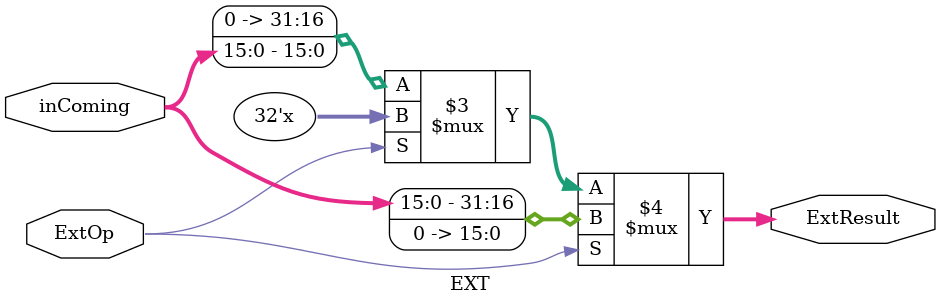
<source format=v>
`timescale 1ns / 1ps
module EXT(
    input [15:0]inComing,
    input ExtOp,
    output [31:0]ExtResult
    );
	assign ExtResult = (ExtOp == 1'b1) ? {inComing, 16'b0} : 
							 (ExtOp == 1'b0) ? {16'b0, inComing}: 32'bx; 
endmodule 

</source>
